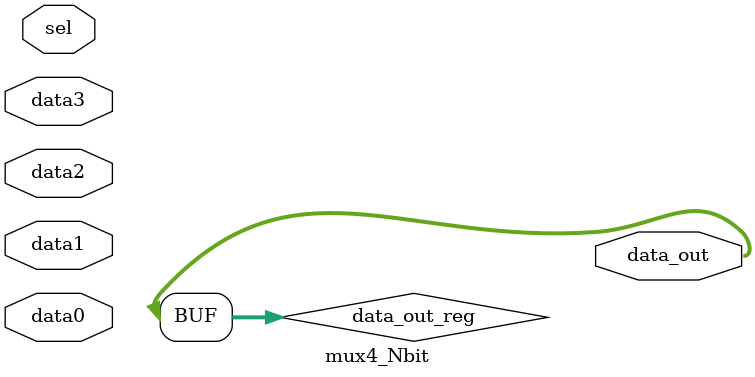
<source format=v>

`resetall
`timescale 1ns/10ps
module mux4_Nbit#(
  parameter N = 16
)( 
   // Port Declarations
   input   wire    [N-1:0]  data0, 
   input   wire    [N-1:0]  data1, 
   input   wire    [N-1:0]  data2, 
   input   wire    [N-1:0]  data3,  
   input   wire    [1:0]   sel, 
   output  wire    [N-1:0]  data_out
);
// Internal Declarations
reg [N-1:0] data_out_reg;
assign data_out = data_out_reg;
// Internal Declarations



/////////////////////////////////////////////////////////////////
// Flowchart process0
always @ (data0, data1, data2, data3, sel)
begin  
   case (sel)
   "00" : begin
      data_out_reg<=data0;
   end
   "01" : begin
      data_out_reg<=data1;
   end
   "10" : begin
      data_out_reg<=data2;
   end
   "11" : begin
      data_out_reg<=data3;
   end
   endcase
end
endmodule

</source>
